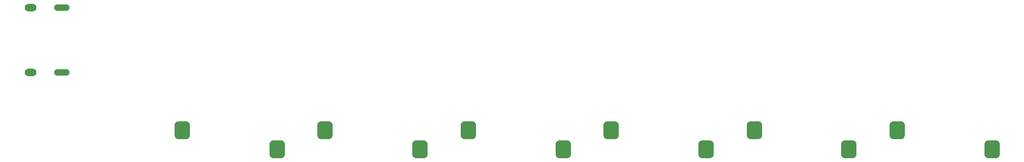
<source format=gtp>
G04 #@! TF.GenerationSoftware,KiCad,Pcbnew,6.0.7-f9a2dced07~116~ubuntu22.04.1*
G04 #@! TF.CreationDate,2022-09-04T10:12:19-07:00*
G04 #@! TF.ProjectId,keypad-base-rp2040,6b657970-6164-42d6-9261-73652d727032,Jun2021*
G04 #@! TF.SameCoordinates,PX55fe290PY71d9820*
G04 #@! TF.FileFunction,Paste,Top*
G04 #@! TF.FilePolarity,Positive*
%FSLAX46Y46*%
G04 Gerber Fmt 4.6, Leading zero omitted, Abs format (unit mm)*
G04 Created by KiCad (PCBNEW 6.0.7-f9a2dced07~116~ubuntu22.04.1) date 2022-09-04 10:12:19*
%MOMM*%
%LPD*%
G01*
G04 APERTURE LIST*
G04 Aperture macros list*
%AMRoundRect*
0 Rectangle with rounded corners*
0 $1 Rounding radius*
0 $2 $3 $4 $5 $6 $7 $8 $9 X,Y pos of 4 corners*
0 Add a 4 corners polygon primitive as box body*
4,1,4,$2,$3,$4,$5,$6,$7,$8,$9,$2,$3,0*
0 Add four circle primitives for the rounded corners*
1,1,$1+$1,$2,$3*
1,1,$1+$1,$4,$5*
1,1,$1+$1,$6,$7*
1,1,$1+$1,$8,$9*
0 Add four rect primitives between the rounded corners*
20,1,$1+$1,$2,$3,$4,$5,0*
20,1,$1+$1,$4,$5,$6,$7,0*
20,1,$1+$1,$6,$7,$8,$9,0*
20,1,$1+$1,$8,$9,$2,$3,0*%
G04 Aperture macros list end*
%ADD10RoundRect,0.512500X-0.512500X-0.687500X0.512500X-0.687500X0.512500X0.687500X-0.512500X0.687500X0*%
%ADD11O,2.100000X0.900000*%
%ADD12O,1.600000X1.000000*%
G04 APERTURE END LIST*
D10*
G04 #@! TO.C,SW1*
X23130000Y24455000D03*
X35730000Y21920000D03*
G04 #@! TD*
G04 #@! TO.C,SW2*
X42130000Y24455000D03*
X54730000Y21920000D03*
G04 #@! TD*
G04 #@! TO.C,SW3*
X61130000Y24455000D03*
X73730000Y21920000D03*
G04 #@! TD*
G04 #@! TO.C,SW4*
X80130000Y24455000D03*
X92730000Y21920000D03*
G04 #@! TD*
G04 #@! TO.C,SW5*
X99130000Y24455000D03*
X111730000Y21920000D03*
G04 #@! TD*
G04 #@! TO.C,SW6*
X118130000Y24455000D03*
X130730000Y21920000D03*
G04 #@! TD*
D11*
G04 #@! TO.C,J1*
X7140000Y40800000D03*
D12*
X2960000Y32160000D03*
X2960000Y40800000D03*
D11*
X7140000Y32160000D03*
G04 #@! TD*
M02*

</source>
